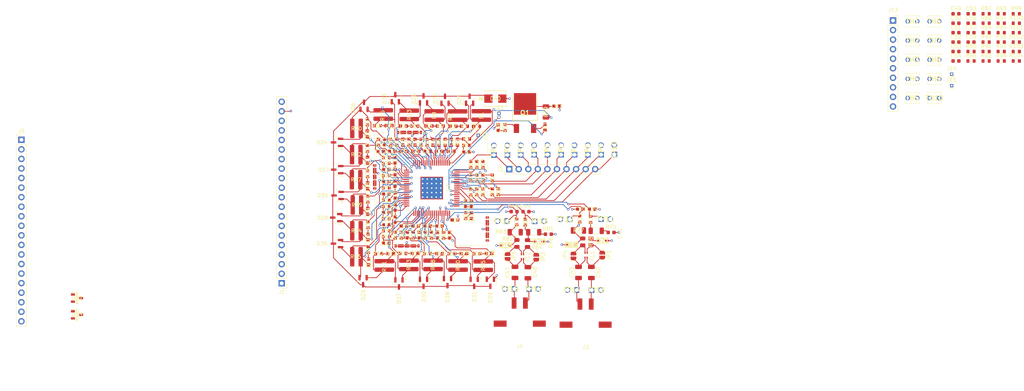
<source format=kicad_pcb>
(kicad_pcb
	(version 20240108)
	(generator "pcbnew")
	(generator_version "8.0")
	(general
		(thickness 1.6)
		(legacy_teardrops no)
	)
	(paper "A4")
	(layers
		(0 "F.Cu" signal)
		(1 "In1.Cu" signal)
		(2 "In2.Cu" signal)
		(31 "B.Cu" signal)
		(32 "B.Adhes" user "B.Adhesive")
		(33 "F.Adhes" user "F.Adhesive")
		(34 "B.Paste" user)
		(35 "F.Paste" user)
		(36 "B.SilkS" user "B.Silkscreen")
		(37 "F.SilkS" user "F.Silkscreen")
		(38 "B.Mask" user)
		(39 "F.Mask" user)
		(40 "Dwgs.User" user "User.Drawings")
		(41 "Cmts.User" user "User.Comments")
		(42 "Eco1.User" user "User.Eco1")
		(43 "Eco2.User" user "User.Eco2")
		(44 "Edge.Cuts" user)
		(45 "Margin" user)
		(46 "B.CrtYd" user "B.Courtyard")
		(47 "F.CrtYd" user "F.Courtyard")
		(48 "B.Fab" user)
		(49 "F.Fab" user)
		(50 "User.1" user)
		(51 "User.2" user)
		(52 "User.3" user)
		(53 "User.4" user)
		(54 "User.5" user)
		(55 "User.6" user)
		(56 "User.7" user)
		(57 "User.8" user)
		(58 "User.9" user)
	)
	(setup
		(stackup
			(layer "F.SilkS"
				(type "Top Silk Screen")
			)
			(layer "F.Paste"
				(type "Top Solder Paste")
			)
			(layer "F.Mask"
				(type "Top Solder Mask")
				(thickness 0.01)
			)
			(layer "F.Cu"
				(type "copper")
				(thickness 0.035)
			)
			(layer "dielectric 1"
				(type "prepreg")
				(thickness 0.1)
				(material "FR4")
				(epsilon_r 4.5)
				(loss_tangent 0.02)
			)
			(layer "In1.Cu"
				(type "copper")
				(thickness 0.035)
			)
			(layer "dielectric 2"
				(type "core")
				(thickness 1.24)
				(material "FR4")
				(epsilon_r 4.5)
				(loss_tangent 0.02)
			)
			(layer "In2.Cu"
				(type "copper")
				(thickness 0.035)
			)
			(layer "dielectric 3"
				(type "prepreg")
				(thickness 0.1)
				(material "FR4")
				(epsilon_r 4.5)
				(loss_tangent 0.02)
			)
			(layer "B.Cu"
				(type "copper")
				(thickness 0.035)
			)
			(layer "B.Mask"
				(type "Bottom Solder Mask")
				(thickness 0.01)
			)
			(layer "B.Paste"
				(type "Bottom Solder Paste")
			)
			(layer "B.SilkS"
				(type "Bottom Silk Screen")
			)
			(copper_finish "None")
			(dielectric_constraints no)
		)
		(pad_to_mask_clearance 0)
		(allow_soldermask_bridges_in_footprints no)
		(pcbplotparams
			(layerselection 0x00010fc_ffffffff)
			(plot_on_all_layers_selection 0x0000000_00000000)
			(disableapertmacros no)
			(usegerberextensions no)
			(usegerberattributes yes)
			(usegerberadvancedattributes yes)
			(creategerberjobfile yes)
			(dashed_line_dash_ratio 12.000000)
			(dashed_line_gap_ratio 3.000000)
			(svgprecision 4)
			(plotframeref no)
			(viasonmask no)
			(mode 1)
			(useauxorigin no)
			(hpglpennumber 1)
			(hpglpenspeed 20)
			(hpglpendiameter 15.000000)
			(pdf_front_fp_property_popups yes)
			(pdf_back_fp_property_popups yes)
			(dxfpolygonmode yes)
			(dxfimperialunits yes)
			(dxfusepcbnewfont yes)
			(psnegative no)
			(psa4output no)
			(plotreference yes)
			(plotvalue yes)
			(plotfptext yes)
			(plotinvisibletext no)
			(sketchpadsonfab no)
			(subtractmaskfromsilk no)
			(outputformat 1)
			(mirror no)
			(drillshape 1)
			(scaleselection 1)
			(outputdirectory "")
		)
	)
	(net 0 "")
	(net 1 "/FilterBalancingNetwork/CB")
	(net 2 "/FilterBalancingNetwork/CB:A")
	(net 3 "/FilterBalancingNetwork/CA")
	(net 4 "/Cell 15{slash}16")
	(net 5 "/FilterBalancingNetwork/SBP")
	(net 6 "/Cell 15{slash}14")
	(net 7 "/FilterBalancingNetwork/SAP")
	(net 8 "/FilterBalancingNetwork1/CB:A")
	(net 9 "/FilterBalancingNetwork1/CB")
	(net 10 "/FilterBalancingNetwork1/CA")
	(net 11 "/Cell 14{slash}13")
	(net 12 "/FilterBalancingNetwork1/SBP")
	(net 13 "/Cell 13{slash}12")
	(net 14 "/FilterBalancingNetwork1/SAP")
	(net 15 "/FilterBalancingNetwork2/CB:A")
	(net 16 "/FilterBalancingNetwork2/CB")
	(net 17 "/FilterBalancingNetwork2/CA")
	(net 18 "/Cell 12{slash}11")
	(net 19 "/FilterBalancingNetwork2/SBP")
	(net 20 "/FilterBalancingNetwork2/SAP")
	(net 21 "/Cell 11{slash}10")
	(net 22 "/FilterBalancingNetwork3/CB:A")
	(net 23 "/FilterBalancingNetwork3/CB")
	(net 24 "/FilterBalancingNetwork3/CA")
	(net 25 "/FilterBalancingNetwork3/SBP")
	(net 26 "/Cell 10{slash}9")
	(net 27 "/FilterBalancingNetwork3/SAP")
	(net 28 "/Cell 9{slash}8")
	(net 29 "/FilterBalancingNetwork4/CB:A")
	(net 30 "/FilterBalancingNetwork4/CB")
	(net 31 "/FilterBalancingNetwork4/CA")
	(net 32 "/FilterBalancingNetwork4/SBP")
	(net 33 "/Cell 8{slash}7")
	(net 34 "/Cell 7{slash}6")
	(net 35 "/FilterBalancingNetwork4/SAP")
	(net 36 "/FilterBalancingNetwork5/CB:A")
	(net 37 "/FilterBalancingNetwork5/CB")
	(net 38 "/FilterBalancingNetwork5/CA")
	(net 39 "/FilterBalancingNetwork5/SBP")
	(net 40 "/Cell 6{slash}5")
	(net 41 "/Cell 5{slash}4")
	(net 42 "/FilterBalancingNetwork5/SAP")
	(net 43 "/FilterBalancingNetwork6/CB")
	(net 44 "/FilterBalancingNetwork6/CB:A")
	(net 45 "/FilterBalancingNetwork6/CA")
	(net 46 "/FilterBalancingNetwork6/SBP")
	(net 47 "/Cell 4{slash}3")
	(net 48 "/Cell 3{slash}2")
	(net 49 "/FilterBalancingNetwork6/SAP")
	(net 50 "/FilterBalancingNetwork7/CB:A")
	(net 51 "/FilterBalancingNetwork7/CB")
	(net 52 "/FilterBalancingNetwork7/CA")
	(net 53 "/FilterBalancingNetwork7/SBP")
	(net 54 "/Cell 2{slash}1")
	(net 55 "GND")
	(net 56 "/FilterBalancingNetwork7/SAP")
	(net 57 "Net-(U2-V+)")
	(net 58 "Net-(U2-VREF1)")
	(net 59 "Net-(U2-VREF2)")
	(net 60 "+5V")
	(net 61 "Net-(Q1-C)")
	(net 62 "Net-(U2-DRIVE)")
	(net 63 "Net-(U2-IPB)")
	(net 64 "Net-(U2-IMB)")
	(net 65 "Net-(C41-Pad2)")
	(net 66 "Net-(J3-Pin_1)")
	(net 67 "Net-(J3-Pin_2)")
	(net 68 "Net-(U2-CSB(IMA))")
	(net 69 "Net-(U2-SCK(IPA))")
	(net 70 "Net-(C46-Pad2)")
	(net 71 "Net-(J4-Pin_1)")
	(net 72 "Clamp")
	(net 73 "Net-(J4-Pin_2)")
	(net 74 "Net-(D1-A)")
	(net 75 "Net-(D2-A)")
	(net 76 "Net-(D3-A)")
	(net 77 "Net-(D4-A)")
	(net 78 "Net-(D5-A)")
	(net 79 "Net-(D6-A)")
	(net 80 "Net-(D7-A)")
	(net 81 "Net-(D8-A)")
	(net 82 "Net-(D9-A)")
	(net 83 "Net-(D10-A)")
	(net 84 "Net-(D11-A)")
	(net 85 "Net-(D12-A)")
	(net 86 "Net-(D13-A)")
	(net 87 "Net-(D14-A)")
	(net 88 "Net-(D15-A)")
	(net 89 "Net-(D16-A)")
	(net 90 "Net-(D17-A)")
	(net 91 "Net-(Q1-E)")
	(net 92 "Net-(Q1-B)")
	(net 93 "VBUS")
	(net 94 "Net-(J2-Pin_1)")
	(net 95 "Net-(U2-GPIO1)")
	(net 96 "Net-(J2-Pin_2)")
	(net 97 "Net-(U2-GPIO2)")
	(net 98 "Net-(U2-GPIO3)")
	(net 99 "Net-(J2-Pin_3)")
	(net 100 "Net-(J2-Pin_4)")
	(net 101 "/TMP_SDA")
	(net 102 "Net-(J2-Pin_5)")
	(net 103 "/TMP_SCL")
	(net 104 "Net-(J2-Pin_6)")
	(net 105 "Net-(U2-GPIO6)")
	(net 106 "Net-(J2-Pin_7)")
	(net 107 "Net-(U2-GPIO7)")
	(net 108 "Net-(U2-GPIO8)")
	(net 109 "Net-(J2-Pin_8)")
	(net 110 "Net-(U2-GPIO9)")
	(net 111 "Net-(J2-Pin_9)")
	(net 112 "Net-(J2-Pin_10)")
	(net 113 "Net-(U2-GPIO10)")
	(net 114 "Net-(D19-A2)")
	(net 115 "Net-(D21-A2)")
	(net 116 "Net-(D18-A2)")
	(net 117 "Net-(D20-A2)")
	(net 118 "unconnected-(U2-NC-Pad66)")
	(net 119 "/NTC/V_out_1")
	(net 120 "/NTC/V_out_5")
	(net 121 "/NTC/V_out_2")
	(net 122 "/NTC/V_out_6")
	(net 123 "/NTC/V_out_3")
	(net 124 "/NTC/V_out_7")
	(net 125 "/NTC/V_out_4")
	(net 126 "/NTC/V_out_8")
	(net 127 "/NTC/V_out_9")
	(net 128 "/NTC/V_out_10")
	(net 129 "Net-(JP4-B)")
	(net 130 "Net-(JP1-B)")
	(net 131 "Net-(JP3-B)")
	(net 132 "Net-(JP2-B)")
	(net 133 "Net-(JP4-A)")
	(net 134 "Net-(JP1-A)")
	(net 135 "Net-(JP2-A)")
	(net 136 "Net-(JP3-A)")
	(net 137 "Net-(R85-Pad2)")
	(net 138 "Net-(R86-Pad2)")
	(net 139 "Net-(R88-Pad2)")
	(net 140 "Net-(R90-Pad2)")
	(net 141 "Net-(R92-Pad2)")
	(net 142 "Net-(R94-Pad2)")
	(net 143 "Net-(R97-Pad2)")
	(net 144 "Net-(R100-Pad1)")
	(net 145 "Net-(R101-Pad2)")
	(net 146 "Net-(R103-Pad2)")
	(footprint "Resistor_SMD:R_0603_1608Metric" (layer "F.Cu") (at 107.07 69.04 -90))
	(footprint "Resistor_SMD:R_0805_2012Metric" (layer "F.Cu") (at 166.4875 100.92 -90))
	(footprint "Capacitor_SMD:C_0603_1608Metric" (layer "F.Cu") (at 155.17 98.87 180))
	(footprint "Capacitor_SMD:C_0603_1608Metric" (layer "F.Cu") (at 263.545 40.27))
	(footprint "Resistor_SMD:R_0603_1608Metric" (layer "F.Cu") (at 112.15 97.95))
	(footprint "Resistor_SMD:R_1206_3216Metric" (layer "F.Cu") (at 154.55 66.38 90))
	(footprint "Slave:5025" (layer "F.Cu") (at 162.11 77.74 90))
	(footprint "Resistor_SMD:R_1020_2550Metric" (layer "F.Cu") (at 118.09 107.03 90))
	(footprint "LED_SMD:LED_0603_1608Metric" (layer "F.Cu") (at 134.715 93.945 90))
	(footprint "Slave:SMBJ75A-13-F" (layer "F.Cu") (at 141.09 62.83))
	(footprint "Capacitor_SMD:C_0603_1608Metric" (layer "F.Cu") (at 263.545 47.8))
	(footprint "Slave:5025" (layer "F.Cu") (at 169.1275 94.87))
	(footprint "Capacitor_SMD:C_0603_1608Metric" (layer "F.Cu") (at 123.06 76.84 180))
	(footprint "Resistor_SMD:R_0603_1608Metric" (layer "F.Cu") (at 118.12 74.39 -90))
	(footprint "Resistor_SMD:R_1020_2550Metric" (layer "F.Cu") (at 111.57 107.18 90))
	(footprint "Slave:5025" (layer "F.Cu") (at 169.2 77.72 90))
	(footprint "Slave:5025" (layer "F.Cu") (at 147.83 77.77 90))
	(footprint "Package_TO_SOT_SMD:SOT-23" (layer "F.Cu") (at 127.7 63.15 90))
	(footprint "Resistor_SMD:R_0603_1608Metric" (layer "F.Cu") (at 275.575 45.29))
	(footprint "Resistor_SMD:R_0603_1608Metric" (layer "F.Cu") (at 112.1 86.56))
	(footprint "Slave:NTCLE203E3103JB0" (layer "F.Cu") (at 250.722 42.285))
	(footprint "Resistor_SMD:R_0603_1608Metric" (layer "F.Cu") (at 146.77 95.59 -90))
	(footprint "Package_TO_SOT_SMD:SOT-23" (layer "F.Cu") (at 139.76 111.78 -90))
	(footprint "Resistor_SMD:R_0603_1608Metric" (layer "F.Cu") (at 140.29 87.61 -90))
	(footprint "LED_SMD:LED_0603_1608Metric" (layer "F.Cu") (at 139.402501 104.029999 180))
	(footprint "Jumper:SolderJumper-2_P1.3mm_Open_RoundedPad1.0x1.5mm" (layer "F.Cu") (at 144.34 104.8 -90))
	(footprint "Resistor_SMD:R_0603_1608Metric" (layer "F.Cu") (at 107.12 82.8 -90))
	(footprint "Resistor_SMD:R_0603_1608Metric" (layer "F.Cu") (at 134.54 80.33 90))
	(footprint "Inductor_SMD:L_0603_1608Metric" (layer "F.Cu") (at 154.28 70.44 -90))
	(footprint "LED_SMD:LED_0603_1608Metric" (layer "F.Cu") (at 107.4 106.26 90))
	(footprint "Package_TO_SOT_SMD:SOT-23" (layer "F.Cu") (at 114.49 62.72 90))
	(footprint "Capacitor_SMD:C_0603_1608Metric" (layer "F.Cu") (at 119.94 76.85 180))
	(footprint "Resistor_SMD:R_0603_1608Metric" (layer "F.Cu") (at 107.09 76.07 -90))
	(footprint "Capacitor_SMD:C_1206_3216Metric" (layer "F.Cu") (at 146.31 109.025 -90))
	(footprint "Resistor_SMD:R_0603_1608Metric" (layer "F.Cu") (at 132.85 70.18 180))
	(footprint "Slave:MJD31CAJ" (layer "F.Cu") (at 148.98 66.66))
	(footprint "Capacitor_SMD:C_0603_1608Metric" (layer "F.Cu") (at 163.6475 92.24 180))
	(footprint "Slave:NTCLE203E3103JB0" (layer "F.Cu") (at 256.536 42.285))
	(footprint "Resistor_SMD:R_0603_1608Metric" (layer "F.Cu") (at 123 104.04))
	(footprint "Capacitor_SMD:C_1206_3216Metric"
		(layer "F.Cu")
		(uuid "2e4eec28-ece9-4c8e-90eb-4f23ef96c780")
		(at 163.1975 109.04 90)
		(descr "Capacitor SMD 1206 (3216 Metric), square (rectangular) end terminal, IPC_7351 nominal, (Body size source: IPC-SM-782 page 76, https://www.pcb-3d.com/wordpress/wp-content/uploads/ipc-sm-782a_amendment_1_and_2.pdf), generated with kicad-footprint-generator")
		(tags "capacitor")
		(property "Reference" "C43"
			(at 0 -1.85 270)
			(layer "F.SilkS")
			(uuid "9b9432ed-917d-40ca-a066-582269254049")
			(effects
				(font
					(size 1 1)
					(thickness 0.15)
				)
			)
		)
		(property "Value" "22n"
			(at 0 1.85 270)
			(layer "F.Fab")
			(hide yes)
			(uuid "1cc617f7-0f48-4fa2-9d12-029fa621314b")
			(effects
				(font
					(size 1 1)
					(thickness 0.15)
				)
			)
		)
		(property "Footprint" "Capacitor_SMD:C_1206_3216Metric"
			(at 0 0 90)
			(unlocked yes)
			(layer "F.Fab")
			(hide yes)
			(uuid "0c8bd520-9ded-48b8-995a-96e25bfcc3fe")
			(effects
				(font
					(size 1.27 1.27)
				)
			)
		)
		(property "Datasheet" ""
			(at 0 0 90)
			(unlocked yes)
			(layer "F.Fab")
			(hide yes)
			(uuid "8c51c25d-3b33-443c-bbd8-a83d225e72e2")
			(effects
				(font
					(size 1.27 1.27)
				)
			)
		)
		(property "Des
... [1373129 chars truncated]
</source>
